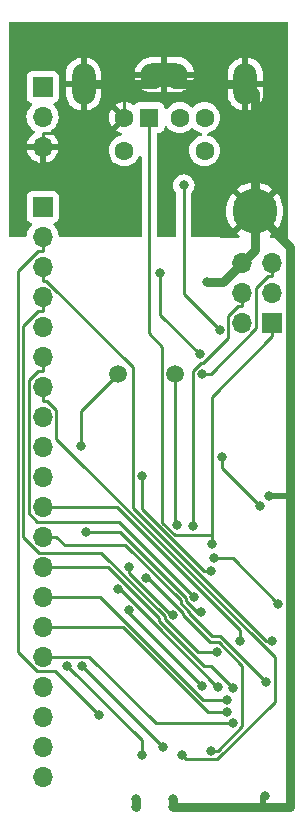
<source format=gbr>
%TF.GenerationSoftware,KiCad,Pcbnew,(6.0.7)*%
%TF.CreationDate,2023-01-02T00:51:12+00:00*%
%TF.ProjectId,CPC464-2MINIPS2,43504334-3634-42d3-924d-494e49505332,rev?*%
%TF.SameCoordinates,Original*%
%TF.FileFunction,Copper,L2,Bot*%
%TF.FilePolarity,Positive*%
%FSLAX46Y46*%
G04 Gerber Fmt 4.6, Leading zero omitted, Abs format (unit mm)*
G04 Created by KiCad (PCBNEW (6.0.7)) date 2023-01-02 00:51:12*
%MOMM*%
%LPD*%
G01*
G04 APERTURE LIST*
%TA.AperFunction,ComponentPad*%
%ADD10C,3.800000*%
%TD*%
%TA.AperFunction,ComponentPad*%
%ADD11C,1.500000*%
%TD*%
%TA.AperFunction,ComponentPad*%
%ADD12R,1.600000X1.600000*%
%TD*%
%TA.AperFunction,ComponentPad*%
%ADD13C,1.600000*%
%TD*%
%TA.AperFunction,ComponentPad*%
%ADD14O,4.000000X2.000000*%
%TD*%
%TA.AperFunction,ComponentPad*%
%ADD15O,2.000000X3.500000*%
%TD*%
%TA.AperFunction,ComponentPad*%
%ADD16R,1.700000X1.700000*%
%TD*%
%TA.AperFunction,ComponentPad*%
%ADD17O,1.700000X1.700000*%
%TD*%
%TA.AperFunction,ViaPad*%
%ADD18C,0.800000*%
%TD*%
%TA.AperFunction,Conductor*%
%ADD19C,0.750000*%
%TD*%
%TA.AperFunction,Conductor*%
%ADD20C,0.500000*%
%TD*%
%TA.AperFunction,Conductor*%
%ADD21C,0.250000*%
%TD*%
G04 APERTURE END LIST*
D10*
%TO.P,H9,1,1*%
%TO.N,GND*%
X60629800Y-46990000D03*
%TD*%
D11*
%TO.P,Y800,1,1*%
%TO.N,Net-(C800-Pad1)*%
X53900000Y-60750000D03*
%TO.P,Y800,2,2*%
%TO.N,Net-(C801-Pad1)*%
X49020000Y-60750000D03*
%TD*%
D12*
%TO.P,J804,1*%
%TO.N,PS2-DATA*%
X51690000Y-39075000D03*
D13*
%TO.P,J804,2*%
%TO.N,unconnected-(J804-Pad2)*%
X54290000Y-39075000D03*
%TO.P,J804,3*%
%TO.N,GND*%
X49590000Y-39075000D03*
%TO.P,J804,4*%
%TO.N,+5V*%
X56390000Y-39075000D03*
%TO.P,J804,5*%
%TO.N,PS2-CLK*%
X49590000Y-41875000D03*
%TO.P,J804,6*%
%TO.N,unconnected-(J804-Pad6)*%
X56390000Y-41875000D03*
D14*
%TO.P,J804,7*%
%TO.N,GND*%
X52990000Y-35425000D03*
D15*
X59840000Y-36225000D03*
X46140000Y-36225000D03*
%TD*%
D16*
%TO.P,J800,1,Pin_1*%
%TO.N,PS2-DATA*%
X62125000Y-56425000D03*
D17*
%TO.P,J800,2,Pin_2*%
%TO.N,+5V*%
X59585000Y-56425000D03*
%TO.P,J800,3,Pin_3*%
%TO.N,ADSCK*%
X62125000Y-53885000D03*
%TO.P,J800,4,Pin_4*%
%TO.N,ADMOSI*%
X59585000Y-53885000D03*
%TO.P,J800,5,Pin_5*%
%TO.N,ADRESET*%
X62125000Y-51345000D03*
%TO.P,J800,6,Pin_6*%
%TO.N,GND*%
X59585000Y-51345000D03*
%TD*%
D16*
%TO.P,CP002,1,Pin_1*%
%TO.N,/ROW7*%
X42672000Y-46634400D03*
D17*
%TO.P,CP002,2,Pin_2*%
%TO.N,/COL9*%
X42672000Y-49174400D03*
%TO.P,CP002,3,Pin_3*%
%TO.N,/ROW0*%
X42672000Y-51714400D03*
%TO.P,CP002,4,Pin_4*%
%TO.N,/ROW1*%
X42672000Y-54254400D03*
%TO.P,CP002,5,Pin_5*%
%TO.N,/ROW2*%
X42672000Y-56794400D03*
%TO.P,CP002,6,Pin_6*%
%TO.N,/ROW3*%
X42672000Y-59334400D03*
%TO.P,CP002,7,Pin_7*%
%TO.N,/ROW4*%
X42672000Y-61874400D03*
%TO.P,CP002,8,Pin_8*%
%TO.N,/ROW5*%
X42672000Y-64414400D03*
%TO.P,CP002,9,Pin_9*%
%TO.N,/ROW6*%
X42672000Y-66954400D03*
%TO.P,CP002,10,Pin_10*%
%TO.N,/ROW7*%
X42672000Y-69494400D03*
%TO.P,CP002,11,Pin_11*%
%TO.N,/COL0*%
X42672000Y-72034400D03*
%TO.P,CP002,12,Pin_12*%
%TO.N,/COL1*%
X42672000Y-74574400D03*
%TO.P,CP002,13,Pin_13*%
%TO.N,/COL2*%
X42672000Y-77114400D03*
%TO.P,CP002,14,Pin_14*%
%TO.N,/COL3*%
X42672000Y-79654400D03*
%TO.P,CP002,15,Pin_15*%
%TO.N,/COL4*%
X42672000Y-82194400D03*
%TO.P,CP002,16,Pin_16*%
%TO.N,/COL5*%
X42672000Y-84734400D03*
%TO.P,CP002,17,Pin_17*%
%TO.N,/COL6*%
X42672000Y-87274400D03*
%TO.P,CP002,18,Pin_18*%
%TO.N,/COL7*%
X42672000Y-89814400D03*
%TO.P,CP002,19,Pin_19*%
%TO.N,/COL8*%
X42672000Y-92354400D03*
%TO.P,CP002,20,Pin_20*%
%TO.N,unconnected-(CP002-Pad20)*%
X42672000Y-94894400D03*
%TD*%
D16*
%TO.P,J105,1,Pin_1*%
%TO.N,!RST*%
X42672000Y-36474400D03*
D17*
%TO.P,J105,2,Pin_2*%
%TO.N,+5V*%
X42672000Y-39014400D03*
%TO.P,J105,3,Pin_3*%
%TO.N,GND*%
X42672000Y-41554400D03*
%TD*%
D18*
%TO.N,GND*%
X61470000Y-96490000D03*
%TO.N,MTDATA*%
X51072400Y-69426500D03*
X56950100Y-77493200D03*
%TO.N,BREAK*%
X57657400Y-57051500D03*
X54624800Y-44787700D03*
%TO.N,ADSCK*%
X57221500Y-76383800D03*
X62642700Y-80270300D03*
%TO.N,ADMOSI*%
X55408300Y-73629300D03*
%TO.N,AX2*%
X49954300Y-80734300D03*
X56139200Y-87213000D03*
%TO.N,AY0*%
X51403400Y-78024400D03*
X56900000Y-92674900D03*
%TO.N,AY1*%
X49064100Y-79016900D03*
X57493400Y-87248000D03*
%TO.N,AY2*%
X49952900Y-77159100D03*
X53729100Y-81218800D03*
%TO.N,PS2-DATA*%
X56975700Y-75184600D03*
%TO.N,/COL5*%
X58806300Y-90350900D03*
%TO.N,/COL4*%
X58293000Y-89428800D03*
%TO.N,/COL3*%
X58303000Y-88397300D03*
%TO.N,/COL2*%
X58837800Y-87385400D03*
%TO.N,/COL1*%
X61559200Y-86815900D03*
%TO.N,/COL0*%
X59382400Y-83348300D03*
%TO.N,/ROW6*%
X44728200Y-85463100D03*
X51066800Y-93037000D03*
%TO.N,/ROW5*%
X46017800Y-85480600D03*
X52900000Y-92362800D03*
%TO.N,/ROW4*%
X54500000Y-93043500D03*
%TO.N,/ROW3*%
X55535100Y-79700700D03*
%TO.N,/ROW2*%
X46328700Y-74174600D03*
X56100000Y-80971100D03*
%TO.N,/ROW1*%
X57401600Y-84357400D03*
%TO.N,/ROW0*%
X62100000Y-83386800D03*
%TO.N,/COL9*%
X47449900Y-89656100D03*
%TO.N,ADRESET*%
X56176200Y-60783600D03*
X55964000Y-59097600D03*
X52620600Y-52254100D03*
%TO.N,Net-(C802-Pad1)*%
X61086800Y-71960600D03*
X57850000Y-67818200D03*
%TO.N,Net-(C801-Pad1)*%
X45884400Y-66899900D03*
%TO.N,GND*%
X61880500Y-71120000D03*
X53710000Y-96770000D03*
X50590000Y-97480000D03*
X50590000Y-96750000D03*
X53740000Y-97440000D03*
X56600000Y-53000000D03*
%TO.N,Net-(C800-Pad1)*%
X54077100Y-73581300D03*
%TD*%
D19*
%TO.N,GND*%
X58450000Y-97440000D02*
X53740000Y-97440000D01*
X61350000Y-97440000D02*
X58450000Y-97440000D01*
D20*
X61350000Y-96610000D02*
X61350000Y-97440000D01*
X61470000Y-96490000D02*
X61350000Y-96610000D01*
D19*
X63605000Y-97440000D02*
X61350000Y-97440000D01*
X63625000Y-97420000D02*
X63605000Y-97440000D01*
X63625000Y-70925000D02*
X63625000Y-97420000D01*
D21*
%TO.N,MTDATA*%
X56327000Y-77493200D02*
X56950100Y-77493200D01*
X51072400Y-72238600D02*
X56327000Y-77493200D01*
X51072400Y-69426500D02*
X51072400Y-72238600D01*
%TO.N,BREAK*%
X54624800Y-54018900D02*
X57657400Y-57051500D01*
X54624800Y-44787700D02*
X54624800Y-54018900D01*
%TO.N,ADSCK*%
X58756200Y-76383800D02*
X62642700Y-80270300D01*
X57221500Y-76383800D02*
X58756200Y-76383800D01*
%TO.N,ADMOSI*%
X59585000Y-53885000D02*
X59585000Y-55060100D01*
X59219700Y-55060100D02*
X59585000Y-55060100D01*
X58396200Y-55883600D02*
X59219700Y-55060100D01*
X58396200Y-57690900D02*
X58396200Y-55883600D01*
X56264400Y-59822700D02*
X58396200Y-57690900D01*
X56111400Y-59822700D02*
X56264400Y-59822700D01*
X55408300Y-60525800D02*
X56111400Y-59822700D01*
X55408300Y-73629300D02*
X55408300Y-60525800D01*
%TO.N,AX2*%
X49954300Y-81028100D02*
X49954300Y-80734300D01*
X56139200Y-87213000D02*
X49954300Y-81028100D01*
%TO.N,AY0*%
X57515000Y-92674900D02*
X56900000Y-92674900D01*
X59568700Y-90621200D02*
X57515000Y-92674900D01*
X59568700Y-85462100D02*
X59568700Y-90621200D01*
X57588500Y-83481900D02*
X59568700Y-85462100D01*
X56821800Y-83481900D02*
X57588500Y-83481900D01*
X54534700Y-81194800D02*
X56821800Y-83481900D01*
X54534700Y-80998900D02*
X54534700Y-81194800D01*
X51560200Y-78024400D02*
X54534700Y-80998900D01*
X51403400Y-78024400D02*
X51560200Y-78024400D01*
%TO.N,AY1*%
X57459600Y-87248000D02*
X57493400Y-87248000D01*
X52103800Y-81892200D02*
X57459600Y-87248000D01*
X52103800Y-81858400D02*
X52103800Y-81892200D01*
X49262300Y-79016900D02*
X52103800Y-81858400D01*
X49064100Y-79016900D02*
X49262300Y-79016900D01*
%TO.N,AY2*%
X53572300Y-81218800D02*
X53729100Y-81218800D01*
X49952900Y-77599400D02*
X53572300Y-81218800D01*
X49952900Y-77159100D02*
X49952900Y-77599400D01*
%TO.N,PS2-DATA*%
X51690000Y-39075000D02*
X51690000Y-40200100D01*
X62125000Y-56425000D02*
X62125000Y-57600100D01*
X53862000Y-74391600D02*
X56975700Y-74391600D01*
X52824800Y-73354400D02*
X53862000Y-74391600D01*
X52824800Y-58472000D02*
X52824800Y-73354400D01*
X51690000Y-57337200D02*
X52824800Y-58472000D01*
X51690000Y-40200100D02*
X51690000Y-57337200D01*
X56975700Y-62749400D02*
X62125000Y-57600100D01*
X56975700Y-74391600D02*
X56975700Y-62749400D01*
X56975700Y-74391600D02*
X56975700Y-75184600D01*
%TO.N,/COL5*%
X46631900Y-84734400D02*
X42672000Y-84734400D01*
X52248400Y-90350900D02*
X46631900Y-84734400D01*
X58806300Y-90350900D02*
X52248400Y-90350900D01*
%TO.N,/COL4*%
X42672000Y-82194400D02*
X43847100Y-82194400D01*
X56693000Y-89428800D02*
X58293000Y-89428800D01*
X49458600Y-82194400D02*
X56693000Y-89428800D01*
X43847100Y-82194400D02*
X49458600Y-82194400D01*
%TO.N,/COL3*%
X42672000Y-79654400D02*
X43847100Y-79654400D01*
X56298100Y-88397300D02*
X58303000Y-88397300D01*
X47555200Y-79654400D02*
X56298100Y-88397300D01*
X43847100Y-79654400D02*
X47555200Y-79654400D01*
%TO.N,/COL2*%
X42672000Y-77114400D02*
X43847100Y-77114400D01*
X56962000Y-85509600D02*
X58837800Y-87385400D01*
X56357800Y-85509600D02*
X56962000Y-85509600D01*
X52553900Y-81705700D02*
X56357800Y-85509600D01*
X52553900Y-81473600D02*
X52553900Y-81705700D01*
X48194700Y-77114400D02*
X52553900Y-81473600D01*
X43847100Y-77114400D02*
X48194700Y-77114400D01*
%TO.N,/COL1*%
X42672000Y-74574400D02*
X43847100Y-74574400D01*
X57695000Y-82951700D02*
X61559200Y-86815900D01*
X56991800Y-82951700D02*
X57695000Y-82951700D01*
X55084600Y-81044500D02*
X56991800Y-82951700D01*
X55084600Y-80912100D02*
X55084600Y-81044500D01*
X54359900Y-80187400D02*
X55084600Y-80912100D01*
X54359900Y-79955300D02*
X54359900Y-80187400D01*
X49671300Y-75266700D02*
X54359900Y-79955300D01*
X44539400Y-75266700D02*
X49671300Y-75266700D01*
X43847100Y-74574400D02*
X44539400Y-75266700D01*
%TO.N,/COL0*%
X59382400Y-82483700D02*
X59382400Y-83348300D01*
X48933100Y-72034400D02*
X59382400Y-82483700D01*
X42672000Y-72034400D02*
X48933100Y-72034400D01*
%TO.N,/ROW6*%
X51066700Y-91801600D02*
X44728200Y-85463100D01*
X51066700Y-93037000D02*
X51066700Y-91801600D01*
X51066800Y-93037000D02*
X51066700Y-93037000D01*
%TO.N,/ROW5*%
X52900000Y-92362800D02*
X46017800Y-85480600D01*
%TO.N,/ROW4*%
X42672000Y-61874400D02*
X42672000Y-63049500D01*
X54856600Y-93400100D02*
X54500000Y-93043500D01*
X57448700Y-93400100D02*
X54856600Y-93400100D01*
X62310600Y-88538200D02*
X57448700Y-93400100D01*
X62310600Y-84762500D02*
X62310600Y-88538200D01*
X43847100Y-66299000D02*
X62310600Y-84762500D01*
X43847100Y-63857300D02*
X43847100Y-66299000D01*
X43039300Y-63049500D02*
X43847100Y-63857300D01*
X42672000Y-63049500D02*
X43039300Y-63049500D01*
%TO.N,/ROW3*%
X42672000Y-59334400D02*
X42672000Y-60509500D01*
X49138800Y-73304400D02*
X55535100Y-79700700D01*
X42239200Y-73304400D02*
X49138800Y-73304400D01*
X41496300Y-72561500D02*
X42239200Y-73304400D01*
X41496300Y-61318000D02*
X41496300Y-72561500D01*
X42304800Y-60509500D02*
X41496300Y-61318000D01*
X42672000Y-60509500D02*
X42304800Y-60509500D01*
%TO.N,/ROW2*%
X55780100Y-80971100D02*
X56100000Y-80971100D01*
X54810000Y-80001000D02*
X55780100Y-80971100D01*
X54810000Y-79768800D02*
X54810000Y-80001000D01*
X49215800Y-74174600D02*
X54810000Y-79768800D01*
X46328700Y-74174600D02*
X49215800Y-74174600D01*
%TO.N,/ROW1*%
X42672000Y-54254400D02*
X42672000Y-55429500D01*
X55842200Y-84357400D02*
X57401600Y-84357400D01*
X53004000Y-81519200D02*
X55842200Y-84357400D01*
X53004000Y-81287100D02*
X53004000Y-81519200D01*
X47644900Y-75928000D02*
X53004000Y-81287100D01*
X42362200Y-75928000D02*
X47644900Y-75928000D01*
X41046200Y-74612000D02*
X42362200Y-75928000D01*
X41046200Y-56688000D02*
X41046200Y-74612000D01*
X42304700Y-55429500D02*
X41046200Y-56688000D01*
X42672000Y-55429500D02*
X42304700Y-55429500D01*
%TO.N,/ROW0*%
X42672000Y-51714400D02*
X42672000Y-52889500D01*
X42983500Y-52889500D02*
X42672000Y-52889500D01*
X50320800Y-60226800D02*
X42983500Y-52889500D01*
X50320800Y-72123600D02*
X50320800Y-60226800D01*
X61584000Y-83386800D02*
X50320800Y-72123600D01*
X62100000Y-83386800D02*
X61584000Y-83386800D01*
%TO.N,/COL9*%
X43703400Y-85909600D02*
X47449900Y-89656100D01*
X42179600Y-85909600D02*
X43703400Y-85909600D01*
X40567800Y-84297800D02*
X42179600Y-85909600D01*
X40567800Y-52086500D02*
X40567800Y-84297800D01*
X42304800Y-50349500D02*
X40567800Y-52086500D01*
X42672000Y-50349500D02*
X42304800Y-50349500D01*
X42672000Y-49174400D02*
X42672000Y-50349500D01*
%TO.N,ADRESET*%
X61759700Y-52520100D02*
X62125000Y-52520100D01*
X60760200Y-53519600D02*
X61759700Y-52520100D01*
X60760200Y-56919500D02*
X60760200Y-53519600D01*
X56896100Y-60783600D02*
X60760200Y-56919500D01*
X56176200Y-60783600D02*
X56896100Y-60783600D01*
X62125000Y-51345000D02*
X62125000Y-52520100D01*
X52620600Y-55754200D02*
X52620600Y-52254100D01*
X55964000Y-59097600D02*
X52620600Y-55754200D01*
%TO.N,Net-(C802-Pad1)*%
X57850000Y-68723800D02*
X57850000Y-67818200D01*
X61086800Y-71960600D02*
X57850000Y-68723800D01*
%TO.N,Net-(C801-Pad1)*%
X45884400Y-63885600D02*
X45884400Y-66899900D01*
X49020000Y-60750000D02*
X45884400Y-63885600D01*
D20*
%TO.N,GND*%
X63430000Y-71120000D02*
X63625000Y-70925000D01*
X61880500Y-71120000D02*
X63430000Y-71120000D01*
D19*
X53710000Y-97410000D02*
X53740000Y-97440000D01*
X53710000Y-96770000D02*
X53710000Y-97410000D01*
X50590000Y-97480000D02*
X50590000Y-96750000D01*
X63625000Y-49985200D02*
X63625000Y-70925000D01*
X60629800Y-46990000D02*
X63625000Y-49985200D01*
X57930000Y-53000000D02*
X59585000Y-51345000D01*
X56600000Y-53000000D02*
X57930000Y-53000000D01*
X60629800Y-50300200D02*
X59585000Y-51345000D01*
X60629800Y-46990000D02*
X60629800Y-50300200D01*
X60629800Y-37014800D02*
X59840000Y-36225000D01*
X60629800Y-46990000D02*
X60629800Y-37014800D01*
X53790000Y-36225000D02*
X52990000Y-35425000D01*
X59840000Y-36225000D02*
X53790000Y-36225000D01*
X46140000Y-36225000D02*
X49740000Y-36225000D01*
X52190000Y-36225000D02*
X52990000Y-35425000D01*
X49740000Y-36225000D02*
X52190000Y-36225000D01*
D21*
X49590000Y-36375000D02*
X49590000Y-39075000D01*
X49740000Y-36225000D02*
X49590000Y-36375000D01*
X44060800Y-40379300D02*
X46140000Y-38300100D01*
X42672000Y-40379300D02*
X44060800Y-40379300D01*
X42672000Y-41554400D02*
X42672000Y-40379300D01*
X46140000Y-36225000D02*
X46140000Y-38300100D01*
%TO.N,Net-(C800-Pad1)*%
X53900000Y-73404200D02*
X53900000Y-60750000D01*
X54077100Y-73581300D02*
X53900000Y-73404200D01*
%TD*%
%TA.AperFunction,Conductor*%
%TO.N,GND*%
G36*
X63433621Y-30957702D02*
G01*
X63480114Y-31011358D01*
X63491500Y-31063700D01*
X63491500Y-49112622D01*
X63471498Y-49180743D01*
X63417842Y-49227236D01*
X63365195Y-49238621D01*
X62478995Y-49236458D01*
X62023559Y-49235346D01*
X61955488Y-49215177D01*
X61909126Y-49161408D01*
X61899194Y-49091110D01*
X61928844Y-49026601D01*
X61949806Y-49007410D01*
X62131030Y-48875744D01*
X62139453Y-48864821D01*
X62132549Y-48851960D01*
X60642610Y-47362020D01*
X60628669Y-47354408D01*
X60626834Y-47354539D01*
X60620220Y-47358790D01*
X59126727Y-48852284D01*
X59120114Y-48864394D01*
X59128943Y-48876014D01*
X59300395Y-49000582D01*
X59343749Y-49056804D01*
X59349824Y-49127541D01*
X59316692Y-49190332D01*
X59254872Y-49225244D01*
X59226030Y-49228518D01*
X56192548Y-49221113D01*
X55383992Y-49219139D01*
X55315921Y-49198970D01*
X55269559Y-49145201D01*
X55258300Y-49093139D01*
X55258300Y-46993958D01*
X58217288Y-46993958D01*
X58235815Y-47288436D01*
X58236808Y-47296297D01*
X58292096Y-47586128D01*
X58294067Y-47593805D01*
X58385246Y-47874424D01*
X58388161Y-47881787D01*
X58513793Y-48148770D01*
X58517605Y-48155703D01*
X58675709Y-48404835D01*
X58680363Y-48411241D01*
X58745321Y-48489761D01*
X58757840Y-48498217D01*
X58768578Y-48492011D01*
X60257780Y-47002810D01*
X60264157Y-46991131D01*
X60994208Y-46991131D01*
X60994339Y-46992966D01*
X60998590Y-46999580D01*
X62489919Y-48490908D01*
X62503181Y-48498150D01*
X62513285Y-48490962D01*
X62579237Y-48411241D01*
X62583891Y-48404835D01*
X62741995Y-48155703D01*
X62745807Y-48148770D01*
X62871439Y-47881787D01*
X62874354Y-47874424D01*
X62965533Y-47593805D01*
X62967504Y-47586128D01*
X63022792Y-47296297D01*
X63023785Y-47288436D01*
X63042312Y-46993958D01*
X63042312Y-46986042D01*
X63023785Y-46691564D01*
X63022792Y-46683703D01*
X62967504Y-46393872D01*
X62965533Y-46386195D01*
X62874354Y-46105576D01*
X62871439Y-46098213D01*
X62745807Y-45831230D01*
X62741995Y-45824297D01*
X62583891Y-45575165D01*
X62579237Y-45568759D01*
X62514279Y-45490239D01*
X62501760Y-45481783D01*
X62491022Y-45487989D01*
X61001820Y-46977190D01*
X60994208Y-46991131D01*
X60264157Y-46991131D01*
X60265392Y-46988869D01*
X60265261Y-46987034D01*
X60261010Y-46980420D01*
X58769681Y-45489092D01*
X58756419Y-45481850D01*
X58746315Y-45489038D01*
X58680363Y-45568759D01*
X58675709Y-45575165D01*
X58517605Y-45824297D01*
X58513793Y-45831230D01*
X58388161Y-46098213D01*
X58385246Y-46105576D01*
X58294067Y-46386195D01*
X58292096Y-46393872D01*
X58236808Y-46683703D01*
X58235815Y-46691564D01*
X58217288Y-46986042D01*
X58217288Y-46993958D01*
X55258300Y-46993958D01*
X55258300Y-45490224D01*
X55278302Y-45422103D01*
X55290658Y-45405921D01*
X55363840Y-45324644D01*
X55459327Y-45159256D01*
X55473649Y-45115179D01*
X59120147Y-45115179D01*
X59127051Y-45128040D01*
X60616990Y-46617980D01*
X60630931Y-46625592D01*
X60632766Y-46625461D01*
X60639380Y-46621210D01*
X62132873Y-45127716D01*
X62139486Y-45115606D01*
X62130657Y-45103986D01*
X61925830Y-44955170D01*
X61919150Y-44950930D01*
X61660566Y-44808772D01*
X61653431Y-44805415D01*
X61379054Y-44696781D01*
X61371563Y-44694347D01*
X61085741Y-44620961D01*
X61077970Y-44619479D01*
X60785230Y-44582497D01*
X60777340Y-44582000D01*
X60482260Y-44582000D01*
X60474370Y-44582497D01*
X60181630Y-44619479D01*
X60173859Y-44620961D01*
X59888037Y-44694347D01*
X59880546Y-44696781D01*
X59606169Y-44805415D01*
X59599034Y-44808772D01*
X59340450Y-44950930D01*
X59333770Y-44955170D01*
X59128570Y-45104256D01*
X59120147Y-45115179D01*
X55473649Y-45115179D01*
X55518342Y-44977628D01*
X55520703Y-44955170D01*
X55537614Y-44794265D01*
X55538304Y-44787700D01*
X55520779Y-44620961D01*
X55519032Y-44604335D01*
X55519032Y-44604333D01*
X55518342Y-44597772D01*
X55459327Y-44416144D01*
X55363840Y-44250756D01*
X55236053Y-44108834D01*
X55081552Y-43996582D01*
X55075524Y-43993898D01*
X55075522Y-43993897D01*
X54913119Y-43921591D01*
X54913118Y-43921591D01*
X54907088Y-43918906D01*
X54813688Y-43899053D01*
X54726744Y-43880572D01*
X54726739Y-43880572D01*
X54720287Y-43879200D01*
X54529313Y-43879200D01*
X54522861Y-43880572D01*
X54522856Y-43880572D01*
X54435912Y-43899053D01*
X54342512Y-43918906D01*
X54336482Y-43921591D01*
X54336481Y-43921591D01*
X54174078Y-43993897D01*
X54174076Y-43993898D01*
X54168048Y-43996582D01*
X54013547Y-44108834D01*
X53885760Y-44250756D01*
X53790273Y-44416144D01*
X53731258Y-44597772D01*
X53730568Y-44604333D01*
X53730568Y-44604335D01*
X53728821Y-44620961D01*
X53711296Y-44787700D01*
X53711986Y-44794265D01*
X53728898Y-44955170D01*
X53731258Y-44977628D01*
X53790273Y-45159256D01*
X53885760Y-45324644D01*
X53958937Y-45405915D01*
X53989653Y-45469921D01*
X53991300Y-45490224D01*
X53991300Y-49089432D01*
X53971298Y-49157553D01*
X53917642Y-49204046D01*
X53864996Y-49215431D01*
X52449189Y-49211975D01*
X52381121Y-49191807D01*
X52334759Y-49138038D01*
X52323500Y-49085976D01*
X52323500Y-40509500D01*
X52343502Y-40441379D01*
X52397158Y-40394886D01*
X52449500Y-40383500D01*
X52538134Y-40383500D01*
X52600316Y-40376745D01*
X52736705Y-40325615D01*
X52853261Y-40238261D01*
X52940615Y-40121705D01*
X52991745Y-39985316D01*
X52998500Y-39923134D01*
X52998500Y-39911468D01*
X53018502Y-39843347D01*
X53072158Y-39796854D01*
X53142432Y-39786750D01*
X53207012Y-39816244D01*
X53227713Y-39839197D01*
X53283802Y-39919300D01*
X53445700Y-40081198D01*
X53450208Y-40084355D01*
X53450211Y-40084357D01*
X53491542Y-40113297D01*
X53633251Y-40212523D01*
X53638233Y-40214846D01*
X53638238Y-40214849D01*
X53834765Y-40306490D01*
X53840757Y-40309284D01*
X53846065Y-40310706D01*
X53846067Y-40310707D01*
X54056598Y-40367119D01*
X54056600Y-40367119D01*
X54061913Y-40368543D01*
X54290000Y-40388498D01*
X54518087Y-40368543D01*
X54523400Y-40367119D01*
X54523402Y-40367119D01*
X54733933Y-40310707D01*
X54733935Y-40310706D01*
X54739243Y-40309284D01*
X54745235Y-40306490D01*
X54941762Y-40214849D01*
X54941767Y-40214846D01*
X54946749Y-40212523D01*
X55088458Y-40113297D01*
X55129789Y-40084357D01*
X55129792Y-40084355D01*
X55134300Y-40081198D01*
X55250905Y-39964593D01*
X55313217Y-39930567D01*
X55384032Y-39935632D01*
X55429095Y-39964593D01*
X55545700Y-40081198D01*
X55550208Y-40084355D01*
X55550211Y-40084357D01*
X55591542Y-40113297D01*
X55733251Y-40212523D01*
X55738233Y-40214846D01*
X55738238Y-40214849D01*
X55934765Y-40306490D01*
X55940757Y-40309284D01*
X55946065Y-40310706D01*
X55946067Y-40310707D01*
X56105000Y-40353293D01*
X56165623Y-40390245D01*
X56196644Y-40454106D01*
X56188216Y-40524600D01*
X56143013Y-40579347D01*
X56105000Y-40596707D01*
X55946067Y-40639293D01*
X55946065Y-40639294D01*
X55940757Y-40640716D01*
X55935776Y-40643039D01*
X55935775Y-40643039D01*
X55738238Y-40735151D01*
X55738233Y-40735154D01*
X55733251Y-40737477D01*
X55628389Y-40810902D01*
X55550211Y-40865643D01*
X55550208Y-40865645D01*
X55545700Y-40868802D01*
X55383802Y-41030700D01*
X55252477Y-41218251D01*
X55250154Y-41223233D01*
X55250151Y-41223238D01*
X55163695Y-41408646D01*
X55155716Y-41425757D01*
X55096457Y-41646913D01*
X55076502Y-41875000D01*
X55096457Y-42103087D01*
X55097881Y-42108400D01*
X55097881Y-42108402D01*
X55140809Y-42268608D01*
X55155716Y-42324243D01*
X55158039Y-42329224D01*
X55158039Y-42329225D01*
X55250151Y-42526762D01*
X55250154Y-42526767D01*
X55252477Y-42531749D01*
X55383802Y-42719300D01*
X55545700Y-42881198D01*
X55550208Y-42884355D01*
X55550211Y-42884357D01*
X55628389Y-42939098D01*
X55733251Y-43012523D01*
X55738233Y-43014846D01*
X55738238Y-43014849D01*
X55935775Y-43106961D01*
X55940757Y-43109284D01*
X55946065Y-43110706D01*
X55946067Y-43110707D01*
X56156598Y-43167119D01*
X56156600Y-43167119D01*
X56161913Y-43168543D01*
X56390000Y-43188498D01*
X56618087Y-43168543D01*
X56623400Y-43167119D01*
X56623402Y-43167119D01*
X56833933Y-43110707D01*
X56833935Y-43110706D01*
X56839243Y-43109284D01*
X56844225Y-43106961D01*
X57041762Y-43014849D01*
X57041767Y-43014846D01*
X57046749Y-43012523D01*
X57151611Y-42939098D01*
X57229789Y-42884357D01*
X57229792Y-42884355D01*
X57234300Y-42881198D01*
X57396198Y-42719300D01*
X57527523Y-42531749D01*
X57529846Y-42526767D01*
X57529849Y-42526762D01*
X57621961Y-42329225D01*
X57621961Y-42329224D01*
X57624284Y-42324243D01*
X57639192Y-42268608D01*
X57682119Y-42108402D01*
X57682119Y-42108400D01*
X57683543Y-42103087D01*
X57703498Y-41875000D01*
X57683543Y-41646913D01*
X57624284Y-41425757D01*
X57616305Y-41408646D01*
X57529849Y-41223238D01*
X57529846Y-41223233D01*
X57527523Y-41218251D01*
X57396198Y-41030700D01*
X57234300Y-40868802D01*
X57229792Y-40865645D01*
X57229789Y-40865643D01*
X57151611Y-40810902D01*
X57046749Y-40737477D01*
X57041767Y-40735154D01*
X57041762Y-40735151D01*
X56844225Y-40643039D01*
X56844224Y-40643039D01*
X56839243Y-40640716D01*
X56833935Y-40639294D01*
X56833933Y-40639293D01*
X56675000Y-40596707D01*
X56614377Y-40559755D01*
X56583356Y-40495894D01*
X56591784Y-40425400D01*
X56636987Y-40370653D01*
X56675000Y-40353293D01*
X56833933Y-40310707D01*
X56833935Y-40310706D01*
X56839243Y-40309284D01*
X56845235Y-40306490D01*
X57041762Y-40214849D01*
X57041767Y-40214846D01*
X57046749Y-40212523D01*
X57188458Y-40113297D01*
X57229789Y-40084357D01*
X57229792Y-40084355D01*
X57234300Y-40081198D01*
X57396198Y-39919300D01*
X57527523Y-39731749D01*
X57529846Y-39726767D01*
X57529849Y-39726762D01*
X57621961Y-39529225D01*
X57621961Y-39529224D01*
X57624284Y-39524243D01*
X57683543Y-39303087D01*
X57703498Y-39075000D01*
X57683543Y-38846913D01*
X57624284Y-38625757D01*
X57603003Y-38580120D01*
X57529849Y-38423238D01*
X57529846Y-38423233D01*
X57527523Y-38418251D01*
X57396198Y-38230700D01*
X57234300Y-38068802D01*
X57229792Y-38065645D01*
X57229789Y-38065643D01*
X57078879Y-37959975D01*
X57046749Y-37937477D01*
X57041767Y-37935154D01*
X57041762Y-37935151D01*
X56844225Y-37843039D01*
X56844224Y-37843039D01*
X56839243Y-37840716D01*
X56833935Y-37839294D01*
X56833933Y-37839293D01*
X56623402Y-37782881D01*
X56623400Y-37782881D01*
X56618087Y-37781457D01*
X56390000Y-37761502D01*
X56161913Y-37781457D01*
X56156600Y-37782881D01*
X56156598Y-37782881D01*
X55946067Y-37839293D01*
X55946065Y-37839294D01*
X55940757Y-37840716D01*
X55935776Y-37843039D01*
X55935775Y-37843039D01*
X55738238Y-37935151D01*
X55738233Y-37935154D01*
X55733251Y-37937477D01*
X55701121Y-37959975D01*
X55550211Y-38065643D01*
X55550208Y-38065645D01*
X55545700Y-38068802D01*
X55429095Y-38185407D01*
X55366783Y-38219433D01*
X55295968Y-38214368D01*
X55250905Y-38185407D01*
X55134300Y-38068802D01*
X55129792Y-38065645D01*
X55129789Y-38065643D01*
X54978879Y-37959975D01*
X54946749Y-37937477D01*
X54941767Y-37935154D01*
X54941762Y-37935151D01*
X54744225Y-37843039D01*
X54744224Y-37843039D01*
X54739243Y-37840716D01*
X54733935Y-37839294D01*
X54733933Y-37839293D01*
X54523402Y-37782881D01*
X54523400Y-37782881D01*
X54518087Y-37781457D01*
X54290000Y-37761502D01*
X54061913Y-37781457D01*
X54056600Y-37782881D01*
X54056598Y-37782881D01*
X53846067Y-37839293D01*
X53846065Y-37839294D01*
X53840757Y-37840716D01*
X53835776Y-37843039D01*
X53835775Y-37843039D01*
X53638238Y-37935151D01*
X53638233Y-37935154D01*
X53633251Y-37937477D01*
X53601121Y-37959975D01*
X53450211Y-38065643D01*
X53450208Y-38065645D01*
X53445700Y-38068802D01*
X53283802Y-38230700D01*
X53280645Y-38235208D01*
X53280643Y-38235211D01*
X53227713Y-38310803D01*
X53172256Y-38355131D01*
X53101636Y-38362440D01*
X53038276Y-38330409D01*
X53002291Y-38269208D01*
X52998500Y-38238532D01*
X52998500Y-38226866D01*
X52991745Y-38164684D01*
X52940615Y-38028295D01*
X52853261Y-37911739D01*
X52736705Y-37824385D01*
X52600316Y-37773255D01*
X52538134Y-37766500D01*
X50841866Y-37766500D01*
X50779684Y-37773255D01*
X50643295Y-37824385D01*
X50526739Y-37911739D01*
X50521358Y-37918919D01*
X50521356Y-37918921D01*
X50490587Y-37959975D01*
X50433727Y-38002490D01*
X50362909Y-38007514D01*
X50317491Y-37987622D01*
X50251006Y-37941069D01*
X50241511Y-37935586D01*
X50044053Y-37843510D01*
X50033761Y-37839764D01*
X49823312Y-37783375D01*
X49812519Y-37781472D01*
X49595475Y-37762483D01*
X49584525Y-37762483D01*
X49367481Y-37781472D01*
X49356688Y-37783375D01*
X49146239Y-37839764D01*
X49135947Y-37843510D01*
X48938489Y-37935586D01*
X48928994Y-37941069D01*
X48876952Y-37977509D01*
X48868576Y-37987988D01*
X48875644Y-38001434D01*
X49860115Y-38985905D01*
X49894141Y-39048217D01*
X49889076Y-39119032D01*
X49860115Y-39164095D01*
X48874923Y-40149287D01*
X48868493Y-40161062D01*
X48877789Y-40173077D01*
X48928994Y-40208931D01*
X48938489Y-40214414D01*
X49135947Y-40306490D01*
X49146239Y-40310236D01*
X49305965Y-40353034D01*
X49366588Y-40389986D01*
X49397609Y-40453846D01*
X49389181Y-40524341D01*
X49343978Y-40579088D01*
X49305966Y-40596448D01*
X49179973Y-40630208D01*
X49140757Y-40640716D01*
X49135776Y-40643039D01*
X49135775Y-40643039D01*
X48938238Y-40735151D01*
X48938233Y-40735154D01*
X48933251Y-40737477D01*
X48828389Y-40810902D01*
X48750211Y-40865643D01*
X48750208Y-40865645D01*
X48745700Y-40868802D01*
X48583802Y-41030700D01*
X48452477Y-41218251D01*
X48450154Y-41223233D01*
X48450151Y-41223238D01*
X48363695Y-41408646D01*
X48355716Y-41425757D01*
X48296457Y-41646913D01*
X48276502Y-41875000D01*
X48296457Y-42103087D01*
X48297881Y-42108400D01*
X48297881Y-42108402D01*
X48340809Y-42268608D01*
X48355716Y-42324243D01*
X48358039Y-42329224D01*
X48358039Y-42329225D01*
X48450151Y-42526762D01*
X48450154Y-42526767D01*
X48452477Y-42531749D01*
X48583802Y-42719300D01*
X48745700Y-42881198D01*
X48750208Y-42884355D01*
X48750211Y-42884357D01*
X48828389Y-42939098D01*
X48933251Y-43012523D01*
X48938233Y-43014846D01*
X48938238Y-43014849D01*
X49135775Y-43106961D01*
X49140757Y-43109284D01*
X49146065Y-43110706D01*
X49146067Y-43110707D01*
X49356598Y-43167119D01*
X49356600Y-43167119D01*
X49361913Y-43168543D01*
X49590000Y-43188498D01*
X49818087Y-43168543D01*
X49823400Y-43167119D01*
X49823402Y-43167119D01*
X50033933Y-43110707D01*
X50033935Y-43110706D01*
X50039243Y-43109284D01*
X50044225Y-43106961D01*
X50241762Y-43014849D01*
X50241767Y-43014846D01*
X50246749Y-43012523D01*
X50351611Y-42939098D01*
X50429789Y-42884357D01*
X50429792Y-42884355D01*
X50434300Y-42881198D01*
X50596198Y-42719300D01*
X50727523Y-42531749D01*
X50729846Y-42526767D01*
X50729849Y-42526762D01*
X50816305Y-42341354D01*
X50863222Y-42288069D01*
X50931499Y-42268608D01*
X50999459Y-42289150D01*
X51045525Y-42343172D01*
X51056500Y-42394604D01*
X51056500Y-49082268D01*
X51036498Y-49150389D01*
X50982842Y-49196882D01*
X50930195Y-49208267D01*
X44152336Y-49191723D01*
X44084267Y-49171554D01*
X44037905Y-49117785D01*
X44027070Y-49076047D01*
X44017276Y-48956922D01*
X44016852Y-48951761D01*
X43962431Y-48735102D01*
X43873354Y-48530240D01*
X43752014Y-48342677D01*
X43748532Y-48338850D01*
X43604798Y-48180888D01*
X43573746Y-48117042D01*
X43582141Y-48046543D01*
X43627317Y-47991775D01*
X43653761Y-47978106D01*
X43760297Y-47938167D01*
X43768705Y-47935015D01*
X43885261Y-47847661D01*
X43972615Y-47731105D01*
X44023745Y-47594716D01*
X44030500Y-47532534D01*
X44030500Y-45736266D01*
X44023745Y-45674084D01*
X43972615Y-45537695D01*
X43885261Y-45421139D01*
X43768705Y-45333785D01*
X43632316Y-45282655D01*
X43570134Y-45275900D01*
X41773866Y-45275900D01*
X41711684Y-45282655D01*
X41575295Y-45333785D01*
X41458739Y-45421139D01*
X41371385Y-45537695D01*
X41320255Y-45674084D01*
X41313500Y-45736266D01*
X41313500Y-47532534D01*
X41320255Y-47594716D01*
X41371385Y-47731105D01*
X41458739Y-47847661D01*
X41575295Y-47935015D01*
X41583704Y-47938167D01*
X41583705Y-47938168D01*
X41692451Y-47978935D01*
X41749216Y-48021576D01*
X41773916Y-48088138D01*
X41758709Y-48157487D01*
X41739316Y-48183968D01*
X41612629Y-48316538D01*
X41486743Y-48501080D01*
X41392688Y-48703705D01*
X41332989Y-48918970D01*
X41332441Y-48924102D01*
X41332440Y-48924105D01*
X41316647Y-49071884D01*
X41289519Y-49137493D01*
X41231226Y-49178021D01*
X41191052Y-49184494D01*
X40972024Y-49183959D01*
X39927992Y-49181411D01*
X39859921Y-49161242D01*
X39813559Y-49107473D01*
X39802300Y-49055411D01*
X39802300Y-41822366D01*
X41340257Y-41822366D01*
X41370565Y-41956846D01*
X41373645Y-41966675D01*
X41453770Y-42164003D01*
X41458413Y-42173194D01*
X41569694Y-42354788D01*
X41575777Y-42363099D01*
X41715213Y-42524067D01*
X41722580Y-42531283D01*
X41886434Y-42667316D01*
X41894881Y-42673231D01*
X42078756Y-42780679D01*
X42088042Y-42785129D01*
X42287001Y-42861103D01*
X42296899Y-42863979D01*
X42400250Y-42885006D01*
X42414299Y-42883810D01*
X42418000Y-42873465D01*
X42418000Y-42872917D01*
X42926000Y-42872917D01*
X42930064Y-42886759D01*
X42943478Y-42888793D01*
X42950184Y-42887934D01*
X42960262Y-42885792D01*
X43164255Y-42824591D01*
X43173842Y-42820833D01*
X43365095Y-42727139D01*
X43373945Y-42721864D01*
X43547328Y-42598192D01*
X43555200Y-42591539D01*
X43706052Y-42441212D01*
X43712730Y-42433365D01*
X43837003Y-42260420D01*
X43842313Y-42251583D01*
X43936670Y-42060667D01*
X43940469Y-42051072D01*
X44002377Y-41847310D01*
X44004555Y-41837237D01*
X44005986Y-41826362D01*
X44003775Y-41812178D01*
X43990617Y-41808400D01*
X42944115Y-41808400D01*
X42928876Y-41812875D01*
X42927671Y-41814265D01*
X42926000Y-41821948D01*
X42926000Y-42872917D01*
X42418000Y-42872917D01*
X42418000Y-41826515D01*
X42413525Y-41811276D01*
X42412135Y-41810071D01*
X42404452Y-41808400D01*
X41355225Y-41808400D01*
X41341694Y-41812373D01*
X41340257Y-41822366D01*
X39802300Y-41822366D01*
X39802300Y-38981095D01*
X41309251Y-38981095D01*
X41309548Y-38986248D01*
X41309548Y-38986251D01*
X41321812Y-39198947D01*
X41322110Y-39204115D01*
X41323247Y-39209161D01*
X41323248Y-39209167D01*
X41343119Y-39297339D01*
X41371222Y-39422039D01*
X41455266Y-39629016D01*
X41457965Y-39633420D01*
X41552721Y-39788048D01*
X41571987Y-39819488D01*
X41718250Y-39988338D01*
X41794846Y-40051929D01*
X41878892Y-40121705D01*
X41890126Y-40131032D01*
X41962078Y-40173077D01*
X41963955Y-40174174D01*
X42012679Y-40225812D01*
X42025750Y-40295595D01*
X41999019Y-40361367D01*
X41958562Y-40394727D01*
X41950457Y-40398946D01*
X41941738Y-40404436D01*
X41771433Y-40532305D01*
X41763726Y-40539148D01*
X41616590Y-40693117D01*
X41610104Y-40701127D01*
X41490098Y-40877049D01*
X41485000Y-40886023D01*
X41395338Y-41079183D01*
X41391775Y-41088870D01*
X41336389Y-41288583D01*
X41337912Y-41297007D01*
X41350292Y-41300400D01*
X43990344Y-41300400D01*
X44003875Y-41296427D01*
X44005180Y-41287347D01*
X43963214Y-41120275D01*
X43959894Y-41110524D01*
X43874972Y-40915214D01*
X43870105Y-40906139D01*
X43754426Y-40727326D01*
X43748136Y-40719157D01*
X43604806Y-40561640D01*
X43597273Y-40554615D01*
X43430139Y-40422622D01*
X43421556Y-40416920D01*
X43384602Y-40396520D01*
X43334631Y-40346087D01*
X43319859Y-40276645D01*
X43344975Y-40210239D01*
X43372327Y-40183632D01*
X43420477Y-40149287D01*
X43551860Y-40055573D01*
X43710096Y-39897889D01*
X43769594Y-39815089D01*
X43837435Y-39720677D01*
X43840453Y-39716477D01*
X43935461Y-39524243D01*
X43937136Y-39520853D01*
X43937137Y-39520851D01*
X43939430Y-39516211D01*
X44001866Y-39310712D01*
X44002865Y-39307423D01*
X44002865Y-39307421D01*
X44004370Y-39302469D01*
X44033529Y-39080990D01*
X44033542Y-39080475D01*
X48277483Y-39080475D01*
X48296472Y-39297519D01*
X48298375Y-39308312D01*
X48354764Y-39518761D01*
X48358510Y-39529053D01*
X48450586Y-39726511D01*
X48456069Y-39736006D01*
X48492509Y-39788048D01*
X48502988Y-39796424D01*
X48516434Y-39789356D01*
X49217978Y-39087812D01*
X49225592Y-39073868D01*
X49225461Y-39072035D01*
X49221210Y-39065420D01*
X48515713Y-38359923D01*
X48503938Y-38353493D01*
X48491923Y-38362789D01*
X48456069Y-38413994D01*
X48450586Y-38423489D01*
X48358510Y-38620947D01*
X48354764Y-38631239D01*
X48298375Y-38841688D01*
X48296472Y-38852481D01*
X48277483Y-39069525D01*
X48277483Y-39080475D01*
X44033542Y-39080475D01*
X44033611Y-39077640D01*
X44035074Y-39017765D01*
X44035074Y-39017761D01*
X44035156Y-39014400D01*
X44016852Y-38791761D01*
X43962431Y-38575102D01*
X43873354Y-38370240D01*
X43819906Y-38287622D01*
X43754822Y-38187017D01*
X43754820Y-38187014D01*
X43752014Y-38182677D01*
X43735642Y-38164684D01*
X43604798Y-38020888D01*
X43573746Y-37957042D01*
X43582141Y-37886543D01*
X43627317Y-37831775D01*
X43653761Y-37818106D01*
X43760297Y-37778167D01*
X43768705Y-37775015D01*
X43885261Y-37687661D01*
X43972615Y-37571105D01*
X44023745Y-37434716D01*
X44030500Y-37372534D01*
X44030500Y-37033456D01*
X44632000Y-37033456D01*
X44632202Y-37038488D01*
X44646150Y-37211843D01*
X44647762Y-37221796D01*
X44703233Y-37447633D01*
X44706416Y-37457203D01*
X44797280Y-37671265D01*
X44801955Y-37680207D01*
X44925874Y-37876987D01*
X44931914Y-37885060D01*
X45085703Y-38059500D01*
X45092956Y-38066504D01*
X45272654Y-38214110D01*
X45280936Y-38219866D01*
X45481919Y-38336841D01*
X45491024Y-38341203D01*
X45708115Y-38424537D01*
X45717804Y-38427388D01*
X45868264Y-38458821D01*
X45882325Y-38457698D01*
X45886000Y-38447590D01*
X45886000Y-38445590D01*
X46394000Y-38445590D01*
X46398136Y-38459676D01*
X46411114Y-38461725D01*
X46428830Y-38459675D01*
X46438727Y-38457715D01*
X46662494Y-38394396D01*
X46671938Y-38390884D01*
X46882705Y-38292601D01*
X46891471Y-38287622D01*
X47083802Y-38156913D01*
X47091677Y-38150581D01*
X47260626Y-37990814D01*
X47267387Y-37983305D01*
X47408625Y-37798574D01*
X47414089Y-37790095D01*
X47523978Y-37585153D01*
X47528020Y-37575901D01*
X47603727Y-37356029D01*
X47606236Y-37346257D01*
X47646004Y-37116029D01*
X47646859Y-37108157D01*
X47647936Y-37084449D01*
X47648000Y-37081616D01*
X47648000Y-37033456D01*
X58332000Y-37033456D01*
X58332202Y-37038488D01*
X58346150Y-37211843D01*
X58347762Y-37221796D01*
X58403233Y-37447633D01*
X58406416Y-37457203D01*
X58497280Y-37671265D01*
X58501955Y-37680207D01*
X58625874Y-37876987D01*
X58631914Y-37885060D01*
X58785703Y-38059500D01*
X58792956Y-38066504D01*
X58972654Y-38214110D01*
X58980936Y-38219866D01*
X59181919Y-38336841D01*
X59191024Y-38341203D01*
X59408115Y-38424537D01*
X59417804Y-38427388D01*
X59568264Y-38458821D01*
X59582325Y-38457698D01*
X59586000Y-38447590D01*
X59586000Y-38445590D01*
X60094000Y-38445590D01*
X60098136Y-38459676D01*
X60111114Y-38461725D01*
X60128830Y-38459675D01*
X60138727Y-38457715D01*
X60362494Y-38394396D01*
X60371938Y-38390884D01*
X60582705Y-38292601D01*
X60591471Y-38287622D01*
X60783802Y-38156913D01*
X60791677Y-38150581D01*
X60960626Y-37990814D01*
X60967387Y-37983305D01*
X61108625Y-37798574D01*
X61114089Y-37790095D01*
X61223978Y-37585153D01*
X61228020Y-37575901D01*
X61303727Y-37356029D01*
X61306236Y-37346257D01*
X61346004Y-37116029D01*
X61346859Y-37108157D01*
X61347936Y-37084449D01*
X61348000Y-37081616D01*
X61348000Y-36497115D01*
X61343525Y-36481876D01*
X61342135Y-36480671D01*
X61334452Y-36479000D01*
X60112115Y-36479000D01*
X60096876Y-36483475D01*
X60095671Y-36484865D01*
X60094000Y-36492548D01*
X60094000Y-38445590D01*
X59586000Y-38445590D01*
X59586000Y-36497115D01*
X59581525Y-36481876D01*
X59580135Y-36480671D01*
X59572452Y-36479000D01*
X58350115Y-36479000D01*
X58334876Y-36483475D01*
X58333671Y-36484865D01*
X58332000Y-36492548D01*
X58332000Y-37033456D01*
X47648000Y-37033456D01*
X47648000Y-36497115D01*
X47643525Y-36481876D01*
X47642135Y-36480671D01*
X47634452Y-36479000D01*
X46412115Y-36479000D01*
X46396876Y-36483475D01*
X46395671Y-36484865D01*
X46394000Y-36492548D01*
X46394000Y-38445590D01*
X45886000Y-38445590D01*
X45886000Y-36497115D01*
X45881525Y-36481876D01*
X45880135Y-36480671D01*
X45872452Y-36479000D01*
X44650115Y-36479000D01*
X44634876Y-36483475D01*
X44633671Y-36484865D01*
X44632000Y-36492548D01*
X44632000Y-37033456D01*
X44030500Y-37033456D01*
X44030500Y-35952885D01*
X44632000Y-35952885D01*
X44636475Y-35968124D01*
X44637865Y-35969329D01*
X44645548Y-35971000D01*
X45867885Y-35971000D01*
X45883124Y-35966525D01*
X45884329Y-35965135D01*
X45886000Y-35957452D01*
X45886000Y-35952885D01*
X46394000Y-35952885D01*
X46398475Y-35968124D01*
X46399865Y-35969329D01*
X46407548Y-35971000D01*
X47629885Y-35971000D01*
X47645124Y-35966525D01*
X47646329Y-35965135D01*
X47648000Y-35957452D01*
X47648000Y-35696114D01*
X50503275Y-35696114D01*
X50505325Y-35713830D01*
X50507285Y-35723727D01*
X50570604Y-35947494D01*
X50574116Y-35956938D01*
X50672399Y-36167705D01*
X50677378Y-36176471D01*
X50808087Y-36368802D01*
X50814419Y-36376677D01*
X50974186Y-36545626D01*
X50981695Y-36552387D01*
X51166426Y-36693625D01*
X51174905Y-36699089D01*
X51379847Y-36808978D01*
X51389099Y-36813020D01*
X51608971Y-36888727D01*
X51618743Y-36891236D01*
X51848971Y-36931004D01*
X51856843Y-36931859D01*
X51880551Y-36932936D01*
X51883384Y-36933000D01*
X52717885Y-36933000D01*
X52733124Y-36928525D01*
X52734329Y-36927135D01*
X52736000Y-36919452D01*
X52736000Y-36914885D01*
X53244000Y-36914885D01*
X53248475Y-36930124D01*
X53249865Y-36931329D01*
X53257548Y-36933000D01*
X54048456Y-36933000D01*
X54053488Y-36932798D01*
X54226843Y-36918850D01*
X54236796Y-36917238D01*
X54462633Y-36861767D01*
X54472203Y-36858584D01*
X54686265Y-36767720D01*
X54695207Y-36763045D01*
X54891987Y-36639126D01*
X54900060Y-36633086D01*
X55074500Y-36479297D01*
X55081504Y-36472044D01*
X55229110Y-36292346D01*
X55234866Y-36284064D01*
X55351841Y-36083081D01*
X55356203Y-36073976D01*
X55402686Y-35952885D01*
X58332000Y-35952885D01*
X58336475Y-35968124D01*
X58337865Y-35969329D01*
X58345548Y-35971000D01*
X59567885Y-35971000D01*
X59583124Y-35966525D01*
X59584329Y-35965135D01*
X59586000Y-35957452D01*
X59586000Y-35952885D01*
X60094000Y-35952885D01*
X60098475Y-35968124D01*
X60099865Y-35969329D01*
X60107548Y-35971000D01*
X61329885Y-35971000D01*
X61345124Y-35966525D01*
X61346329Y-35965135D01*
X61348000Y-35957452D01*
X61348000Y-35416544D01*
X61347798Y-35411512D01*
X61333850Y-35238157D01*
X61332238Y-35228204D01*
X61276767Y-35002367D01*
X61273584Y-34992797D01*
X61182720Y-34778735D01*
X61178045Y-34769793D01*
X61054126Y-34573013D01*
X61048086Y-34564940D01*
X60894297Y-34390500D01*
X60887044Y-34383496D01*
X60707346Y-34235890D01*
X60699064Y-34230134D01*
X60498081Y-34113159D01*
X60488976Y-34108797D01*
X60271885Y-34025463D01*
X60262196Y-34022612D01*
X60111736Y-33991179D01*
X60097675Y-33992302D01*
X60094000Y-34002410D01*
X60094000Y-35952885D01*
X59586000Y-35952885D01*
X59586000Y-34004410D01*
X59581864Y-33990324D01*
X59568886Y-33988275D01*
X59551170Y-33990325D01*
X59541273Y-33992285D01*
X59317506Y-34055604D01*
X59308062Y-34059116D01*
X59097295Y-34157399D01*
X59088529Y-34162378D01*
X58896198Y-34293087D01*
X58888323Y-34299419D01*
X58719374Y-34459186D01*
X58712613Y-34466695D01*
X58571375Y-34651426D01*
X58565911Y-34659905D01*
X58456022Y-34864847D01*
X58451980Y-34874099D01*
X58376273Y-35093971D01*
X58373764Y-35103743D01*
X58333996Y-35333971D01*
X58333141Y-35341843D01*
X58332064Y-35365551D01*
X58332000Y-35368384D01*
X58332000Y-35952885D01*
X55402686Y-35952885D01*
X55439537Y-35856885D01*
X55442388Y-35847196D01*
X55473821Y-35696736D01*
X55472698Y-35682675D01*
X55462590Y-35679000D01*
X53262115Y-35679000D01*
X53246876Y-35683475D01*
X53245671Y-35684865D01*
X53244000Y-35692548D01*
X53244000Y-36914885D01*
X52736000Y-36914885D01*
X52736000Y-35697115D01*
X52731525Y-35681876D01*
X52730135Y-35680671D01*
X52722452Y-35679000D01*
X50519410Y-35679000D01*
X50505324Y-35683136D01*
X50503275Y-35696114D01*
X47648000Y-35696114D01*
X47648000Y-35416544D01*
X47647798Y-35411512D01*
X47633850Y-35238157D01*
X47632238Y-35228204D01*
X47613831Y-35153264D01*
X50506179Y-35153264D01*
X50507302Y-35167325D01*
X50517410Y-35171000D01*
X52717885Y-35171000D01*
X52733124Y-35166525D01*
X52734329Y-35165135D01*
X52736000Y-35157452D01*
X52736000Y-35152885D01*
X53244000Y-35152885D01*
X53248475Y-35168124D01*
X53249865Y-35169329D01*
X53257548Y-35171000D01*
X55460590Y-35171000D01*
X55474676Y-35166864D01*
X55476725Y-35153886D01*
X55474675Y-35136170D01*
X55472715Y-35126273D01*
X55409396Y-34902506D01*
X55405884Y-34893062D01*
X55307601Y-34682295D01*
X55302622Y-34673529D01*
X55171913Y-34481198D01*
X55165581Y-34473323D01*
X55005814Y-34304374D01*
X54998305Y-34297613D01*
X54813574Y-34156375D01*
X54805095Y-34150911D01*
X54600153Y-34041022D01*
X54590901Y-34036980D01*
X54371029Y-33961273D01*
X54361257Y-33958764D01*
X54131029Y-33918996D01*
X54123157Y-33918141D01*
X54099449Y-33917064D01*
X54096616Y-33917000D01*
X53262115Y-33917000D01*
X53246876Y-33921475D01*
X53245671Y-33922865D01*
X53244000Y-33930548D01*
X53244000Y-35152885D01*
X52736000Y-35152885D01*
X52736000Y-33935115D01*
X52731525Y-33919876D01*
X52730135Y-33918671D01*
X52722452Y-33917000D01*
X51931544Y-33917000D01*
X51926512Y-33917202D01*
X51753157Y-33931150D01*
X51743204Y-33932762D01*
X51517367Y-33988233D01*
X51507797Y-33991416D01*
X51293735Y-34082280D01*
X51284793Y-34086955D01*
X51088013Y-34210874D01*
X51079940Y-34216914D01*
X50905500Y-34370703D01*
X50898496Y-34377956D01*
X50750890Y-34557654D01*
X50745134Y-34565936D01*
X50628159Y-34766919D01*
X50623797Y-34776024D01*
X50540463Y-34993115D01*
X50537612Y-35002804D01*
X50506179Y-35153264D01*
X47613831Y-35153264D01*
X47576767Y-35002367D01*
X47573584Y-34992797D01*
X47482720Y-34778735D01*
X47478045Y-34769793D01*
X47354126Y-34573013D01*
X47348086Y-34564940D01*
X47194297Y-34390500D01*
X47187044Y-34383496D01*
X47007346Y-34235890D01*
X46999064Y-34230134D01*
X46798081Y-34113159D01*
X46788976Y-34108797D01*
X46571885Y-34025463D01*
X46562196Y-34022612D01*
X46411736Y-33991179D01*
X46397675Y-33992302D01*
X46394000Y-34002410D01*
X46394000Y-35952885D01*
X45886000Y-35952885D01*
X45886000Y-34004410D01*
X45881864Y-33990324D01*
X45868886Y-33988275D01*
X45851170Y-33990325D01*
X45841273Y-33992285D01*
X45617506Y-34055604D01*
X45608062Y-34059116D01*
X45397295Y-34157399D01*
X45388529Y-34162378D01*
X45196198Y-34293087D01*
X45188323Y-34299419D01*
X45019374Y-34459186D01*
X45012613Y-34466695D01*
X44871375Y-34651426D01*
X44865911Y-34659905D01*
X44756022Y-34864847D01*
X44751980Y-34874099D01*
X44676273Y-35093971D01*
X44673764Y-35103743D01*
X44633996Y-35333971D01*
X44633141Y-35341843D01*
X44632064Y-35365551D01*
X44632000Y-35368384D01*
X44632000Y-35952885D01*
X44030500Y-35952885D01*
X44030500Y-35576266D01*
X44023745Y-35514084D01*
X43972615Y-35377695D01*
X43885261Y-35261139D01*
X43768705Y-35173785D01*
X43632316Y-35122655D01*
X43570134Y-35115900D01*
X41773866Y-35115900D01*
X41711684Y-35122655D01*
X41575295Y-35173785D01*
X41458739Y-35261139D01*
X41371385Y-35377695D01*
X41320255Y-35514084D01*
X41313500Y-35576266D01*
X41313500Y-37372534D01*
X41320255Y-37434716D01*
X41371385Y-37571105D01*
X41458739Y-37687661D01*
X41575295Y-37775015D01*
X41583704Y-37778167D01*
X41583705Y-37778168D01*
X41692451Y-37818935D01*
X41749216Y-37861576D01*
X41773916Y-37928138D01*
X41758709Y-37997487D01*
X41739316Y-38023968D01*
X41618322Y-38150581D01*
X41612629Y-38156538D01*
X41609715Y-38160810D01*
X41609714Y-38160811D01*
X41566972Y-38223469D01*
X41486743Y-38341080D01*
X41392688Y-38543705D01*
X41332989Y-38758970D01*
X41309251Y-38981095D01*
X39802300Y-38981095D01*
X39802300Y-31063700D01*
X39822302Y-30995579D01*
X39875958Y-30949086D01*
X39928300Y-30937700D01*
X63365500Y-30937700D01*
X63433621Y-30957702D01*
G37*
%TD.AperFunction*%
%TD*%
M02*

</source>
